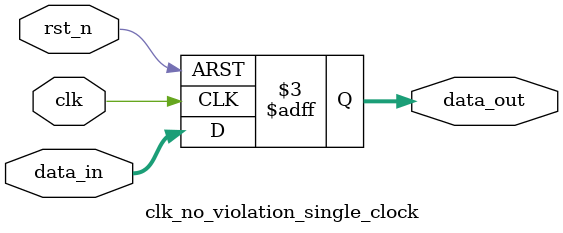
<source format=sv>

module clk_no_violation_single_clock (
  input wire clk,
  input wire rst_n,
  input wire [7:0] data_in,
  output logic [7:0] data_out
);

  // Single clock, properly used - no violation
  always_ff @(posedge clk or negedge rst_n) begin
    if (!rst_n)
      data_out <= 8'h00;
    else
      data_out <= data_in;
  end

endmodule


</source>
